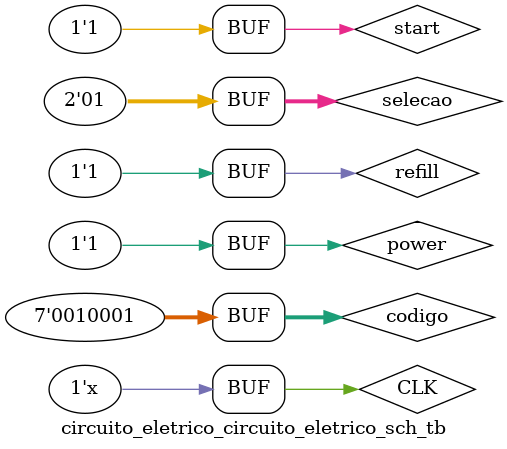
<source format=v>

`timescale 1s/1s

module circuito_eletrico_circuito_eletrico_sch_tb();

// Inputs
   reg [6:0] codigo;
	reg [1:0] selecao;
   reg start;
   reg power;
   reg refill;
	reg CLK;

// Output
   wire termobloca;
	wire bomba;
	wire [3:0] reservatorio;
   wire [3:0] estado;

 


// Bidirs

// Instantiate the UUT
   circuito_eletrico UUT (
		.termobloca(termobloca),
		.bomba(bomba), 
		.reservatorio(reservatorio), 
		.estado(estado),
		.codigo(codigo),
		.selecao(selecao),
		.power(power), 		
		.start(start), 
		.refill(refill), 
		.CLK(CLK)
   );
always 
     #380 CLK = ~CLK;
	initial begin
		{CLK} <= 0;
		power = 0;// Power is off but something was selected (displays "nothing hapens" ) and start has been pressed
		#760;
		power = 1; start =0;	// Power is on, termobloco heats up for 5 seconds 
		#4180;
		codigo = 5'b10011; // Codigo incorreto		 
		#760;
		power = 0;// changed my mind i dont know the code 
		#2280;
		power = 1;// i remembered the code after 3 seconds lets put the power back on
		#760;
		codigo = 5'b10001; // Codigo correto		 
		#760;
		selecao = 2'b10;// selecao	 
		#760;
		start = 1;// start	 
		#3040;
		// proximo café
		start = 0;
		#2280;
		selecao = 2'b01;// selecao	 
		#760;
		start = 1;
		#1520;
		start = 0;
		#1520;
		refill = 1;
		#760;
		start = 1;
	end
endmodule

</source>
